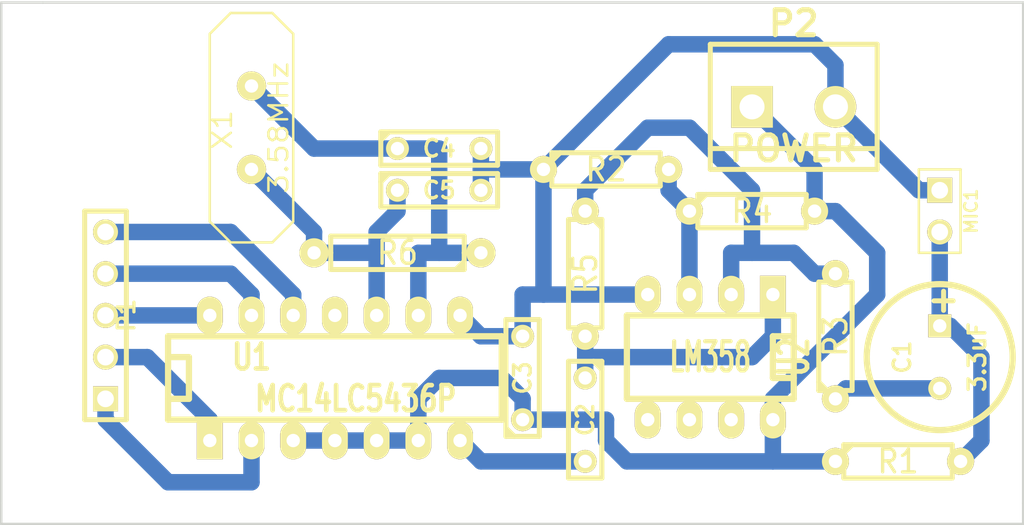
<source format=kicad_pcb>
(kicad_pcb (version 3) (host pcbnew "(2013-mar-13)-testing")

  (general
    (links 36)
    (no_connects 0)
    (area 231.064999 107.8056 293.445001 139.775001)
    (thickness 1.6)
    (drawings 18)
    (tracks 91)
    (zones 0)
    (modules 17)
    (nets 17)
  )

  (page A3)
  (title_block 
    (company "by Carlosgs")
    (comment 1 "License: CC-BY-SA")
  )

  (layers
    (15 F.Cu signal)
    (0 B.Cu signal)
    (16 B.Adhes user)
    (17 F.Adhes user)
    (18 B.Paste user)
    (19 F.Paste user)
    (20 B.SilkS user)
    (21 F.SilkS user)
    (22 B.Mask user)
    (23 F.Mask user)
    (24 Dwgs.User user)
    (25 Cmts.User user)
    (26 Eco1.User user)
    (27 Eco2.User user)
    (28 Edge.Cuts user)
  )

  (setup
    (last_trace_width 1)
    (user_trace_width 0.3)
    (trace_clearance 0.5)
    (zone_clearance 0.508)
    (zone_45_only no)
    (trace_min 0.254)
    (segment_width 0.2)
    (edge_width 0.15)
    (via_size 2)
    (via_drill 1)
    (via_min_size 0.889)
    (via_min_drill 0.508)
    (uvia_size 0.508)
    (uvia_drill 0.127)
    (uvias_allowed no)
    (uvia_min_size 0.508)
    (uvia_min_drill 0.127)
    (pcb_text_width 0.3)
    (pcb_text_size 1 1)
    (mod_edge_width 0.15)
    (mod_text_size 1 1)
    (mod_text_width 0.15)
    (pad_size 1 1)
    (pad_drill 0.6)
    (pad_to_mask_clearance 0)
    (aux_axis_origin 0 0)
    (visible_elements FFFF7721)
    (pcbplotparams
      (layerselection 268500993)
      (usegerberextensions true)
      (excludeedgelayer true)
      (linewidth 0.150000)
      (plotframeref false)
      (viasonmask false)
      (mode 1)
      (useauxorigin false)
      (hpglpennumber 1)
      (hpglpenspeed 20)
      (hpglpendiameter 15)
      (hpglpenoverlay 2)
      (psnegative false)
      (psa4output false)
      (plotreference true)
      (plotvalue true)
      (plotothertext true)
      (plotinvisibletext false)
      (padsonsilk false)
      (subtractmaskfromsilk false)
      (outputformat 1)
      (mirror false)
      (drillshape 0)
      (scaleselection 1)
      (outputdirectory ../Gerber/))
  )

  (net 0 "")
  (net 1 +5V)
  (net 2 GND)
  (net 3 N-000001)
  (net 4 N-0000010)
  (net 5 N-0000013)
  (net 6 N-0000014)
  (net 7 N-0000015)
  (net 8 N-0000016)
  (net 9 N-000002)
  (net 10 N-000003)
  (net 11 N-000004)
  (net 12 N-000005)
  (net 13 N-000006)
  (net 14 N-000007)
  (net 15 N-000008)
  (net 16 N-000009)

  (net_class Default "This is the default net class."
    (clearance 0.5)
    (trace_width 1)
    (via_dia 2)
    (via_drill 1)
    (uvia_dia 0.508)
    (uvia_drill 0.127)
    (add_net "")
    (add_net +5V)
    (add_net GND)
    (add_net N-000001)
    (add_net N-0000010)
    (add_net N-0000013)
    (add_net N-0000014)
    (add_net N-0000015)
    (add_net N-0000016)
    (add_net N-000002)
    (add_net N-000003)
    (add_net N-000004)
    (add_net N-000005)
    (add_net N-000006)
    (add_net N-000007)
    (add_net N-000008)
    (add_net N-000009)
  )

  (module DIP-14__300_ELL (layer F.Cu) (tedit 200000) (tstamp 51AE2675)
    (at 251.46 130.81)
    (descr "14 pins DIL package, elliptical pads")
    (tags DIL)
    (path /51AE1918)
    (fp_text reference U1 (at -5.08 -1.27) (layer F.SilkS)
      (effects (font (size 1.524 1.143) (thickness 0.3048)))
    )
    (fp_text value MC14LC5436P (at 1.27 1.27) (layer F.SilkS)
      (effects (font (size 1.524 1.143) (thickness 0.3048)))
    )
    (fp_line (start -10.16 -2.54) (end 10.16 -2.54) (layer F.SilkS) (width 0.381))
    (fp_line (start 10.16 2.54) (end -10.16 2.54) (layer F.SilkS) (width 0.381))
    (fp_line (start -10.16 2.54) (end -10.16 -2.54) (layer F.SilkS) (width 0.381))
    (fp_line (start -10.16 -1.27) (end -8.89 -1.27) (layer F.SilkS) (width 0.381))
    (fp_line (start -8.89 -1.27) (end -8.89 1.27) (layer F.SilkS) (width 0.381))
    (fp_line (start -8.89 1.27) (end -10.16 1.27) (layer F.SilkS) (width 0.381))
    (fp_line (start 10.16 -2.54) (end 10.16 2.54) (layer F.SilkS) (width 0.381))
    (pad 1 thru_hole rect (at -7.62 3.81) (size 1.5748 2.286) (drill 0.8128)
      (layers *.Cu *.Mask F.SilkS)
      (net 15 N-000008)
    )
    (pad 2 thru_hole oval (at -5.08 3.81) (size 1.5748 2.286) (drill 0.8128)
      (layers *.Cu *.Mask F.SilkS)
      (net 14 N-000007)
    )
    (pad 3 thru_hole oval (at -2.54 3.81) (size 1.5748 2.286) (drill 0.8128)
      (layers *.Cu *.Mask F.SilkS)
      (net 1 +5V)
    )
    (pad 4 thru_hole oval (at 0 3.81) (size 1.5748 2.286) (drill 0.8128)
      (layers *.Cu *.Mask F.SilkS)
      (net 1 +5V)
    )
    (pad 5 thru_hole oval (at 2.54 3.81) (size 1.5748 2.286) (drill 0.8128)
      (layers *.Cu *.Mask F.SilkS)
      (net 1 +5V)
    )
    (pad 6 thru_hole oval (at 5.08 3.81) (size 1.5748 2.286) (drill 0.8128)
      (layers *.Cu *.Mask F.SilkS)
      (net 1 +5V)
    )
    (pad 7 thru_hole oval (at 7.62 3.81) (size 1.5748 2.286) (drill 0.8128)
      (layers *.Cu *.Mask F.SilkS)
      (net 12 N-000005)
    )
    (pad 8 thru_hole oval (at 7.62 -3.81) (size 1.5748 2.286) (drill 0.8128)
      (layers *.Cu *.Mask F.SilkS)
      (net 2 GND)
    )
    (pad 9 thru_hole oval (at 5.08 -3.81) (size 1.5748 2.286) (drill 0.8128)
      (layers *.Cu *.Mask F.SilkS)
      (net 11 N-000004)
    )
    (pad 10 thru_hole oval (at 2.54 -3.81) (size 1.5748 2.286) (drill 0.8128)
      (layers *.Cu *.Mask F.SilkS)
      (net 3 N-000001)
    )
    (pad 11 thru_hole oval (at 0 -3.81) (size 1.5748 2.286) (drill 0.8128)
      (layers *.Cu *.Mask F.SilkS)
      (net 5 N-0000013)
    )
    (pad 12 thru_hole oval (at -2.54 -3.81) (size 1.5748 2.286) (drill 0.8128)
      (layers *.Cu *.Mask F.SilkS)
      (net 4 N-0000010)
    )
    (pad 13 thru_hole oval (at -5.08 -3.81) (size 1.5748 2.286) (drill 0.8128)
      (layers *.Cu *.Mask F.SilkS)
      (net 13 N-000006)
    )
    (pad 14 thru_hole oval (at -7.62 -3.81) (size 1.5748 2.286) (drill 0.8128)
      (layers *.Cu *.Mask F.SilkS)
      (net 16 N-000009)
    )
    (model dil/dil_14.wrl
      (at (xyz 0 0 0))
      (scale (xyz 1 1 1))
      (rotate (xyz 0 0 0))
    )
  )

  (module C1.5V8V (layer F.Cu) (tedit 4512B232) (tstamp 51AE25D1)
    (at 288.29 129.54 270)
    (path /51AE1B38)
    (fp_text reference C1 (at 0 2.286 270) (layer F.SilkS)
      (effects (font (size 1.016 1.016) (thickness 0.2032)))
    )
    (fp_text value 3.3uF (at 0 -2.286 270) (layer F.SilkS)
      (effects (font (size 1.016 1.016) (thickness 0.2032)))
    )
    (fp_text user + (at -3.429 -0.127 270) (layer F.SilkS)
      (effects (font (thickness 0.3048)))
    )
    (fp_circle (center 0 0) (end 0 4.445) (layer F.SilkS) (width 0.381))
    (pad 1 thru_hole rect (at -1.905 0 270) (size 1.397 1.397) (drill 0.8128)
      (layers *.Cu *.Mask F.SilkS)
      (net 7 N-0000015)
    )
    (pad 2 thru_hole circle (at 1.905 0 270) (size 1.397 1.397) (drill 0.8128)
      (layers *.Cu *.Mask F.SilkS)
      (net 8 N-0000016)
    )
    (model discret/c_vert_c1v8.wrl
      (at (xyz 0 0 0))
      (scale (xyz 1.5 1.5 1))
      (rotate (xyz 0 0 0))
    )
  )

  (module C2 (layer F.Cu) (tedit 200000) (tstamp 51AE25DC)
    (at 266.7 133.35 270)
    (descr "Condensateur = 2 pas")
    (tags C)
    (path /51AE24EF)
    (fp_text reference C2 (at 0 0 270) (layer F.SilkS)
      (effects (font (size 1.016 1.016) (thickness 0.2032)))
    )
    (fp_text value 10nF (at 0 0 270) (layer F.SilkS) hide
      (effects (font (size 1.016 1.016) (thickness 0.2032)))
    )
    (fp_line (start -3.556 -1.016) (end 3.556 -1.016) (layer F.SilkS) (width 0.3048))
    (fp_line (start 3.556 -1.016) (end 3.556 1.016) (layer F.SilkS) (width 0.3048))
    (fp_line (start 3.556 1.016) (end -3.556 1.016) (layer F.SilkS) (width 0.3048))
    (fp_line (start -3.556 1.016) (end -3.556 -1.016) (layer F.SilkS) (width 0.3048))
    (fp_line (start -3.556 -0.508) (end -3.048 -1.016) (layer F.SilkS) (width 0.3048))
    (pad 1 thru_hole circle (at -2.54 0 270) (size 1.397 1.397) (drill 0.8128)
      (layers *.Cu *.Mask F.SilkS)
      (net 9 N-000002)
    )
    (pad 2 thru_hole circle (at 2.54 0 270) (size 1.397 1.397) (drill 0.8128)
      (layers *.Cu *.Mask F.SilkS)
      (net 12 N-000005)
    )
    (model discret/capa_2pas_5x5mm.wrl
      (at (xyz 0 0 0))
      (scale (xyz 1 1 1))
      (rotate (xyz 0 0 0))
    )
  )

  (module C2 (layer F.Cu) (tedit 200000) (tstamp 51AE25E7)
    (at 262.89 130.81 90)
    (descr "Condensateur = 2 pas")
    (tags C)
    (path /51AE24E0)
    (fp_text reference C3 (at 0 0 90) (layer F.SilkS)
      (effects (font (size 1.016 1.016) (thickness 0.2032)))
    )
    (fp_text value 100nF (at 0 0 90) (layer F.SilkS) hide
      (effects (font (size 1.016 1.016) (thickness 0.2032)))
    )
    (fp_line (start -3.556 -1.016) (end 3.556 -1.016) (layer F.SilkS) (width 0.3048))
    (fp_line (start 3.556 -1.016) (end 3.556 1.016) (layer F.SilkS) (width 0.3048))
    (fp_line (start 3.556 1.016) (end -3.556 1.016) (layer F.SilkS) (width 0.3048))
    (fp_line (start -3.556 1.016) (end -3.556 -1.016) (layer F.SilkS) (width 0.3048))
    (fp_line (start -3.556 -0.508) (end -3.048 -1.016) (layer F.SilkS) (width 0.3048))
    (pad 1 thru_hole circle (at -2.54 0 90) (size 1.397 1.397) (drill 0.8128)
      (layers *.Cu *.Mask F.SilkS)
      (net 1 +5V)
    )
    (pad 2 thru_hole circle (at 2.54 0 90) (size 1.397 1.397) (drill 0.8128)
      (layers *.Cu *.Mask F.SilkS)
      (net 2 GND)
    )
    (model discret/capa_2pas_5x5mm.wrl
      (at (xyz 0 0 0))
      (scale (xyz 1 1 1))
      (rotate (xyz 0 0 0))
    )
  )

  (module C2 (layer F.Cu) (tedit 200000) (tstamp 51AE25F2)
    (at 257.81 116.84)
    (descr "Condensateur = 2 pas")
    (tags C)
    (path /51AE252B)
    (fp_text reference C4 (at 0 0) (layer F.SilkS)
      (effects (font (size 1.016 1.016) (thickness 0.2032)))
    )
    (fp_text value 15pF (at 0 0) (layer F.SilkS) hide
      (effects (font (size 1.016 1.016) (thickness 0.2032)))
    )
    (fp_line (start -3.556 -1.016) (end 3.556 -1.016) (layer F.SilkS) (width 0.3048))
    (fp_line (start 3.556 -1.016) (end 3.556 1.016) (layer F.SilkS) (width 0.3048))
    (fp_line (start 3.556 1.016) (end -3.556 1.016) (layer F.SilkS) (width 0.3048))
    (fp_line (start -3.556 1.016) (end -3.556 -1.016) (layer F.SilkS) (width 0.3048))
    (fp_line (start -3.556 -0.508) (end -3.048 -1.016) (layer F.SilkS) (width 0.3048))
    (pad 1 thru_hole circle (at -2.54 0) (size 1.397 1.397) (drill 0.8128)
      (layers *.Cu *.Mask F.SilkS)
      (net 11 N-000004)
    )
    (pad 2 thru_hole circle (at 2.54 0) (size 1.397 1.397) (drill 0.8128)
      (layers *.Cu *.Mask F.SilkS)
      (net 2 GND)
    )
    (model discret/capa_2pas_5x5mm.wrl
      (at (xyz 0 0 0))
      (scale (xyz 1 1 1))
      (rotate (xyz 0 0 0))
    )
  )

  (module C2 (layer F.Cu) (tedit 200000) (tstamp 51AE25FD)
    (at 257.81 119.38)
    (descr "Condensateur = 2 pas")
    (tags C)
    (path /51AE251C)
    (fp_text reference C5 (at 0 0) (layer F.SilkS)
      (effects (font (size 1.016 1.016) (thickness 0.2032)))
    )
    (fp_text value 15pF (at 0 0) (layer F.SilkS) hide
      (effects (font (size 1.016 1.016) (thickness 0.2032)))
    )
    (fp_line (start -3.556 -1.016) (end 3.556 -1.016) (layer F.SilkS) (width 0.3048))
    (fp_line (start 3.556 -1.016) (end 3.556 1.016) (layer F.SilkS) (width 0.3048))
    (fp_line (start 3.556 1.016) (end -3.556 1.016) (layer F.SilkS) (width 0.3048))
    (fp_line (start -3.556 1.016) (end -3.556 -1.016) (layer F.SilkS) (width 0.3048))
    (fp_line (start -3.556 -0.508) (end -3.048 -1.016) (layer F.SilkS) (width 0.3048))
    (pad 1 thru_hole circle (at -2.54 0) (size 1.397 1.397) (drill 0.8128)
      (layers *.Cu *.Mask F.SilkS)
      (net 3 N-000001)
    )
    (pad 2 thru_hole circle (at 2.54 0) (size 1.397 1.397) (drill 0.8128)
      (layers *.Cu *.Mask F.SilkS)
      (net 2 GND)
    )
    (model discret/capa_2pas_5x5mm.wrl
      (at (xyz 0 0 0))
      (scale (xyz 1 1 1))
      (rotate (xyz 0 0 0))
    )
  )

  (module R3-LARGE_PADS (layer F.Cu) (tedit 47E26765) (tstamp 51AE2616)
    (at 285.75 135.89)
    (descr "Resitance 3 pas")
    (tags R)
    (path /51AE1ABE)
    (autoplace_cost180 10)
    (fp_text reference R1 (at 0 0) (layer F.SilkS)
      (effects (font (size 1.397 1.27) (thickness 0.2032)))
    )
    (fp_text value 2k2 (at 0 0) (layer F.SilkS) hide
      (effects (font (size 1.397 1.27) (thickness 0.2032)))
    )
    (fp_line (start -3.81 0) (end -3.302 0) (layer F.SilkS) (width 0.3048))
    (fp_line (start 3.81 0) (end 3.302 0) (layer F.SilkS) (width 0.3048))
    (fp_line (start 3.302 0) (end 3.302 -1.016) (layer F.SilkS) (width 0.3048))
    (fp_line (start 3.302 -1.016) (end -3.302 -1.016) (layer F.SilkS) (width 0.3048))
    (fp_line (start -3.302 -1.016) (end -3.302 1.016) (layer F.SilkS) (width 0.3048))
    (fp_line (start -3.302 1.016) (end 3.302 1.016) (layer F.SilkS) (width 0.3048))
    (fp_line (start 3.302 1.016) (end 3.302 0) (layer F.SilkS) (width 0.3048))
    (fp_line (start -3.302 -0.508) (end -2.794 -1.016) (layer F.SilkS) (width 0.3048))
    (pad 1 thru_hole circle (at -3.81 0) (size 1.651 1.651) (drill 0.8128)
      (layers *.Cu *.Mask F.SilkS)
      (net 1 +5V)
    )
    (pad 2 thru_hole circle (at 3.81 0) (size 1.651 1.651) (drill 0.8128)
      (layers *.Cu *.Mask F.SilkS)
      (net 7 N-0000015)
    )
    (model discret/resistor.wrl
      (at (xyz 0 0 0))
      (scale (xyz 0.3 0.3 0.3))
      (rotate (xyz 0 0 0))
    )
  )

  (module R3-LARGE_PADS (layer F.Cu) (tedit 47E26765) (tstamp 51AE2624)
    (at 267.97 118.11)
    (descr "Resitance 3 pas")
    (tags R)
    (path /51AE19A8)
    (autoplace_cost180 10)
    (fp_text reference R2 (at 0 0) (layer F.SilkS)
      (effects (font (size 1.397 1.27) (thickness 0.2032)))
    )
    (fp_text value 6k4 (at 0 0) (layer F.SilkS) hide
      (effects (font (size 1.397 1.27) (thickness 0.2032)))
    )
    (fp_line (start -3.81 0) (end -3.302 0) (layer F.SilkS) (width 0.3048))
    (fp_line (start 3.81 0) (end 3.302 0) (layer F.SilkS) (width 0.3048))
    (fp_line (start 3.302 0) (end 3.302 -1.016) (layer F.SilkS) (width 0.3048))
    (fp_line (start 3.302 -1.016) (end -3.302 -1.016) (layer F.SilkS) (width 0.3048))
    (fp_line (start -3.302 -1.016) (end -3.302 1.016) (layer F.SilkS) (width 0.3048))
    (fp_line (start -3.302 1.016) (end 3.302 1.016) (layer F.SilkS) (width 0.3048))
    (fp_line (start 3.302 1.016) (end 3.302 0) (layer F.SilkS) (width 0.3048))
    (fp_line (start -3.302 -0.508) (end -2.794 -1.016) (layer F.SilkS) (width 0.3048))
    (pad 1 thru_hole circle (at -3.81 0) (size 1.651 1.651) (drill 0.8128)
      (layers *.Cu *.Mask F.SilkS)
      (net 2 GND)
    )
    (pad 2 thru_hole circle (at 3.81 0) (size 1.651 1.651) (drill 0.8128)
      (layers *.Cu *.Mask F.SilkS)
      (net 6 N-0000014)
    )
    (model discret/resistor.wrl
      (at (xyz 0 0 0))
      (scale (xyz 0.3 0.3 0.3))
      (rotate (xyz 0 0 0))
    )
  )

  (module R3-LARGE_PADS (layer F.Cu) (tedit 47E26765) (tstamp 51AE2632)
    (at 281.94 128.27 90)
    (descr "Resitance 3 pas")
    (tags R)
    (path /51AE1999)
    (autoplace_cost180 10)
    (fp_text reference R3 (at 0 0 90) (layer F.SilkS)
      (effects (font (size 1.397 1.27) (thickness 0.2032)))
    )
    (fp_text value 1k (at 0 0 90) (layer F.SilkS) hide
      (effects (font (size 1.397 1.27) (thickness 0.2032)))
    )
    (fp_line (start -3.81 0) (end -3.302 0) (layer F.SilkS) (width 0.3048))
    (fp_line (start 3.81 0) (end 3.302 0) (layer F.SilkS) (width 0.3048))
    (fp_line (start 3.302 0) (end 3.302 -1.016) (layer F.SilkS) (width 0.3048))
    (fp_line (start 3.302 -1.016) (end -3.302 -1.016) (layer F.SilkS) (width 0.3048))
    (fp_line (start -3.302 -1.016) (end -3.302 1.016) (layer F.SilkS) (width 0.3048))
    (fp_line (start -3.302 1.016) (end 3.302 1.016) (layer F.SilkS) (width 0.3048))
    (fp_line (start 3.302 1.016) (end 3.302 0) (layer F.SilkS) (width 0.3048))
    (fp_line (start -3.302 -0.508) (end -2.794 -1.016) (layer F.SilkS) (width 0.3048))
    (pad 1 thru_hole circle (at -3.81 0 90) (size 1.651 1.651) (drill 0.8128)
      (layers *.Cu *.Mask F.SilkS)
      (net 8 N-0000016)
    )
    (pad 2 thru_hole circle (at 3.81 0 90) (size 1.651 1.651) (drill 0.8128)
      (layers *.Cu *.Mask F.SilkS)
      (net 10 N-000003)
    )
    (model discret/resistor.wrl
      (at (xyz 0 0 0))
      (scale (xyz 0.3 0.3 0.3))
      (rotate (xyz 0 0 0))
    )
  )

  (module R3-LARGE_PADS (layer F.Cu) (tedit 47E26765) (tstamp 51AE2640)
    (at 276.86 120.65)
    (descr "Resitance 3 pas")
    (tags R)
    (path /51AE19B7)
    (autoplace_cost180 10)
    (fp_text reference R4 (at 0 0) (layer F.SilkS)
      (effects (font (size 1.397 1.27) (thickness 0.2032)))
    )
    (fp_text value 6k4 (at 0 0) (layer F.SilkS) hide
      (effects (font (size 1.397 1.27) (thickness 0.2032)))
    )
    (fp_line (start -3.81 0) (end -3.302 0) (layer F.SilkS) (width 0.3048))
    (fp_line (start 3.81 0) (end 3.302 0) (layer F.SilkS) (width 0.3048))
    (fp_line (start 3.302 0) (end 3.302 -1.016) (layer F.SilkS) (width 0.3048))
    (fp_line (start 3.302 -1.016) (end -3.302 -1.016) (layer F.SilkS) (width 0.3048))
    (fp_line (start -3.302 -1.016) (end -3.302 1.016) (layer F.SilkS) (width 0.3048))
    (fp_line (start -3.302 1.016) (end 3.302 1.016) (layer F.SilkS) (width 0.3048))
    (fp_line (start 3.302 1.016) (end 3.302 0) (layer F.SilkS) (width 0.3048))
    (fp_line (start -3.302 -0.508) (end -2.794 -1.016) (layer F.SilkS) (width 0.3048))
    (pad 1 thru_hole circle (at -3.81 0) (size 1.651 1.651) (drill 0.8128)
      (layers *.Cu *.Mask F.SilkS)
      (net 6 N-0000014)
    )
    (pad 2 thru_hole circle (at 3.81 0) (size 1.651 1.651) (drill 0.8128)
      (layers *.Cu *.Mask F.SilkS)
      (net 1 +5V)
    )
    (model discret/resistor.wrl
      (at (xyz 0 0 0))
      (scale (xyz 0.3 0.3 0.3))
      (rotate (xyz 0 0 0))
    )
  )

  (module R3-LARGE_PADS (layer F.Cu) (tedit 47E26765) (tstamp 51AE264E)
    (at 266.7 124.46 270)
    (descr "Resitance 3 pas")
    (tags R)
    (path /51AE198A)
    (autoplace_cost180 10)
    (fp_text reference R5 (at 0 0 270) (layer F.SilkS)
      (effects (font (size 1.397 1.27) (thickness 0.2032)))
    )
    (fp_text value 100k (at 0 0 270) (layer F.SilkS) hide
      (effects (font (size 1.397 1.27) (thickness 0.2032)))
    )
    (fp_line (start -3.81 0) (end -3.302 0) (layer F.SilkS) (width 0.3048))
    (fp_line (start 3.81 0) (end 3.302 0) (layer F.SilkS) (width 0.3048))
    (fp_line (start 3.302 0) (end 3.302 -1.016) (layer F.SilkS) (width 0.3048))
    (fp_line (start 3.302 -1.016) (end -3.302 -1.016) (layer F.SilkS) (width 0.3048))
    (fp_line (start -3.302 -1.016) (end -3.302 1.016) (layer F.SilkS) (width 0.3048))
    (fp_line (start -3.302 1.016) (end 3.302 1.016) (layer F.SilkS) (width 0.3048))
    (fp_line (start 3.302 1.016) (end 3.302 0) (layer F.SilkS) (width 0.3048))
    (fp_line (start -3.302 -0.508) (end -2.794 -1.016) (layer F.SilkS) (width 0.3048))
    (pad 1 thru_hole circle (at -3.81 0 270) (size 1.651 1.651) (drill 0.8128)
      (layers *.Cu *.Mask F.SilkS)
      (net 10 N-000003)
    )
    (pad 2 thru_hole circle (at 3.81 0 270) (size 1.651 1.651) (drill 0.8128)
      (layers *.Cu *.Mask F.SilkS)
      (net 9 N-000002)
    )
    (model discret/resistor.wrl
      (at (xyz 0 0 0))
      (scale (xyz 0.3 0.3 0.3))
      (rotate (xyz 0 0 0))
    )
  )

  (module R4-LARGE_PADS (layer F.Cu) (tedit 47E2673E) (tstamp 51AE265C)
    (at 255.27 123.19 180)
    (descr "Resitance 4 pas")
    (tags R)
    (path /51AE24FE)
    (autoplace_cost180 10)
    (fp_text reference R6 (at 0 0 180) (layer F.SilkS)
      (effects (font (size 1.397 1.27) (thickness 0.2032)))
    )
    (fp_text value 1M (at 0 0 180) (layer F.SilkS) hide
      (effects (font (size 1.397 1.27) (thickness 0.2032)))
    )
    (fp_line (start -5.08 0) (end -4.064 0) (layer F.SilkS) (width 0.3048))
    (fp_line (start -4.064 0) (end -4.064 -1.016) (layer F.SilkS) (width 0.3048))
    (fp_line (start -4.064 -1.016) (end 4.064 -1.016) (layer F.SilkS) (width 0.3048))
    (fp_line (start 4.064 -1.016) (end 4.064 1.016) (layer F.SilkS) (width 0.3048))
    (fp_line (start 4.064 1.016) (end -4.064 1.016) (layer F.SilkS) (width 0.3048))
    (fp_line (start -4.064 1.016) (end -4.064 0) (layer F.SilkS) (width 0.3048))
    (fp_line (start -4.064 -0.508) (end -3.556 -1.016) (layer F.SilkS) (width 0.3048))
    (fp_line (start 5.08 0) (end 4.064 0) (layer F.SilkS) (width 0.3048))
    (pad 1 thru_hole circle (at -5.08 0 180) (size 1.778 1.778) (drill 0.8128)
      (layers *.Cu *.Mask F.SilkS)
      (net 11 N-000004)
    )
    (pad 2 thru_hole circle (at 5.08 0 180) (size 1.778 1.778) (drill 0.8128)
      (layers *.Cu *.Mask F.SilkS)
      (net 3 N-000001)
    )
    (model discret/resistor.wrl
      (at (xyz 0 0 0))
      (scale (xyz 0.4 0.4 0.4))
      (rotate (xyz 0 0 0))
    )
  )

  (module DIP-8__300_ELL (layer F.Cu) (tedit 51AFC493) (tstamp 51AE2688)
    (at 274.32 129.54 180)
    (descr "8 pins DIL package, elliptical pads")
    (tags DIL)
    (path /51AE13D8)
    (fp_text reference U2 (at -5.08 0 270) (layer F.SilkS)
      (effects (font (size 1.778 1.143) (thickness 0.3048)))
    )
    (fp_text value LM358 (at 0 0 180) (layer F.SilkS)
      (effects (font (size 1.778 1.016) (thickness 0.3048)))
    )
    (fp_line (start -5.08 -1.27) (end -3.81 -1.27) (layer F.SilkS) (width 0.381))
    (fp_line (start -3.81 -1.27) (end -3.81 1.27) (layer F.SilkS) (width 0.381))
    (fp_line (start -3.81 1.27) (end -5.08 1.27) (layer F.SilkS) (width 0.381))
    (fp_line (start -5.08 -2.54) (end 5.08 -2.54) (layer F.SilkS) (width 0.381))
    (fp_line (start 5.08 -2.54) (end 5.08 2.54) (layer F.SilkS) (width 0.381))
    (fp_line (start 5.08 2.54) (end -5.08 2.54) (layer F.SilkS) (width 0.381))
    (fp_line (start -5.08 2.54) (end -5.08 -2.54) (layer F.SilkS) (width 0.381))
    (pad 1 thru_hole rect (at -3.81 3.81 180) (size 1.5748 2.286) (drill 0.8128)
      (layers *.Cu *.Mask F.SilkS)
      (net 9 N-000002)
    )
    (pad 2 thru_hole oval (at -1.27 3.81 180) (size 1.5748 2.286) (drill 0.8128)
      (layers *.Cu *.Mask F.SilkS)
      (net 10 N-000003)
    )
    (pad 3 thru_hole oval (at 1.27 3.81 180) (size 1.5748 2.286) (drill 0.8128)
      (layers *.Cu *.Mask F.SilkS)
      (net 6 N-0000014)
    )
    (pad 4 thru_hole oval (at 3.81 3.81 180) (size 1.5748 2.286) (drill 0.8128)
      (layers *.Cu *.Mask F.SilkS)
      (net 2 GND)
    )
    (pad 5 thru_hole oval (at 3.81 -3.81 180) (size 1.5748 2.286) (drill 0.8128)
      (layers *.Cu *.Mask F.SilkS)
    )
    (pad 6 thru_hole oval (at 1.27 -3.81 180) (size 1.5748 2.286) (drill 0.8128)
      (layers *.Cu *.Mask F.SilkS)
    )
    (pad 7 thru_hole oval (at -1.27 -3.81 180) (size 1.5748 2.286) (drill 0.8128)
      (layers *.Cu *.Mask F.SilkS)
    )
    (pad 8 thru_hole oval (at -3.81 -3.81 180) (size 1.5748 2.286) (drill 0.8128)
      (layers *.Cu *.Mask F.SilkS)
      (net 1 +5V)
    )
    (model dil/dil_8.wrl
      (at (xyz 0 0 0))
      (scale (xyz 1 1 1))
      (rotate (xyz 0 0 0))
    )
  )

  (module HC-18UV (layer F.Cu) (tedit 42899E71) (tstamp 51AE2696)
    (at 246.38 115.57 90)
    (descr "Quartz boitier HC-18U vertical")
    (tags "QUARTZ DEV")
    (path /51AE23C1)
    (autoplace_cost180 10)
    (fp_text reference X1 (at -0.127 -1.778 90) (layer F.SilkS)
      (effects (font (size 1.143 1.27) (thickness 0.1524)))
    )
    (fp_text value 3.58MHz (at 0 1.651 90) (layer F.SilkS)
      (effects (font (size 1.143 1.27) (thickness 0.1524)))
    )
    (fp_line (start -6.985 -1.27) (end -5.715 -2.54) (layer F.SilkS) (width 0.1524))
    (fp_line (start 5.715 -2.54) (end 6.985 -1.27) (layer F.SilkS) (width 0.1524))
    (fp_line (start 6.985 1.27) (end 5.715 2.54) (layer F.SilkS) (width 0.1524))
    (fp_line (start -6.985 1.27) (end -5.715 2.54) (layer F.SilkS) (width 0.1524))
    (fp_line (start -5.715 -2.54) (end 5.715 -2.54) (layer F.SilkS) (width 0.1524))
    (fp_line (start -6.985 -1.27) (end -6.985 1.27) (layer F.SilkS) (width 0.1524))
    (fp_line (start -5.715 2.54) (end 5.715 2.54) (layer F.SilkS) (width 0.1524))
    (fp_line (start 6.985 1.27) (end 6.985 -1.27) (layer F.SilkS) (width 0.1524))
    (pad 1 thru_hole circle (at -2.54 0 90) (size 1.778 1.778) (drill 0.8128)
      (layers *.Cu *.Mask F.SilkS)
      (net 3 N-000001)
    )
    (pad 2 thru_hole circle (at 2.54 0 90) (size 1.778 1.778) (drill 0.8128)
      (layers *.Cu *.Mask F.SilkS)
      (net 11 N-000004)
    )
    (model discret/crystal_hc18u_vertical.wrl
      (at (xyz 0 0 0))
      (scale (xyz 1 1 1))
      (rotate (xyz 0 0 0))
    )
    (model discret/xtal/crystal_hc18u_vertical.wrl
      (at (xyz 0 0 0))
      (scale (xyz 1 1 1))
      (rotate (xyz 0 0 0))
    )
  )

  (module bornier2 (layer F.Cu) (tedit 51AFC488) (tstamp 51AE2FF6)
    (at 279.4 114.3)
    (descr "Bornier d'alimentation 2 pins")
    (tags DEV)
    (path /51AE2E6D)
    (fp_text reference P2 (at 0 -5.08) (layer F.SilkS)
      (effects (font (thickness 0.3048)))
    )
    (fp_text value POWER (at 0 2.54) (layer F.SilkS)
      (effects (font (thickness 0.3048)))
    )
    (fp_line (start 5.08 2.54) (end -5.08 2.54) (layer F.SilkS) (width 0.3048))
    (fp_line (start 5.08 3.81) (end 5.08 -3.81) (layer F.SilkS) (width 0.3048))
    (fp_line (start 5.08 -3.81) (end -5.08 -3.81) (layer F.SilkS) (width 0.3048))
    (fp_line (start -5.08 -3.81) (end -5.08 3.81) (layer F.SilkS) (width 0.3048))
    (fp_line (start -5.08 3.81) (end 5.08 3.81) (layer F.SilkS) (width 0.3048))
    (pad 1 thru_hole rect (at -2.54 0) (size 2.54 2.54) (drill 1.524)
      (layers *.Cu *.Mask F.SilkS)
      (net 1 +5V)
    )
    (pad 2 thru_hole circle (at 2.54 0) (size 2.54 2.54) (drill 1.524)
      (layers *.Cu *.Mask F.SilkS)
      (net 2 GND)
    )
    (model device/bornier_2.wrl
      (at (xyz 0 0 0))
      (scale (xyz 1 1 1))
      (rotate (xyz 0 0 0))
    )
  )

  (module PIN_ARRAY_2X1 (layer F.Cu) (tedit 4565C520) (tstamp 51AE349C)
    (at 288.29 120.65 270)
    (descr "Connecteurs 2 pins")
    (tags "CONN DEV")
    (path /51AE1AEB)
    (fp_text reference MIC1 (at 0 -1.905 270) (layer F.SilkS)
      (effects (font (size 0.762 0.762) (thickness 0.1524)))
    )
    (fp_text value CONN_2 (at 0 -1.905 270) (layer F.SilkS) hide
      (effects (font (size 0.762 0.762) (thickness 0.1524)))
    )
    (fp_line (start -2.54 1.27) (end -2.54 -1.27) (layer F.SilkS) (width 0.1524))
    (fp_line (start -2.54 -1.27) (end 2.54 -1.27) (layer F.SilkS) (width 0.1524))
    (fp_line (start 2.54 -1.27) (end 2.54 1.27) (layer F.SilkS) (width 0.1524))
    (fp_line (start 2.54 1.27) (end -2.54 1.27) (layer F.SilkS) (width 0.1524))
    (pad 1 thru_hole rect (at -1.27 0 270) (size 1.524 1.524) (drill 1.016)
      (layers *.Cu *.Mask F.SilkS)
      (net 2 GND)
    )
    (pad 2 thru_hole circle (at 1.27 0 270) (size 1.524 1.524) (drill 1.016)
      (layers *.Cu *.Mask F.SilkS)
      (net 7 N-0000015)
    )
    (model pin_array/pins_array_2x1.wrl
      (at (xyz 0 0 0))
      (scale (xyz 1 1 1))
      (rotate (xyz 0 0 0))
    )
  )

  (module PIN_ARRAY_5x1 (layer F.Cu) (tedit 51AFC4A1) (tstamp 51AE34A9)
    (at 237.49 127 90)
    (descr "Double rangee de contacts 2 x 5 pins")
    (tags CONN)
    (path /51AE2E7C)
    (fp_text reference P1 (at 0 1.27 90) (layer F.SilkS)
      (effects (font (size 1.016 1.016) (thickness 0.2032)))
    )
    (fp_text value Decod (at 0 2.54 90) (layer F.SilkS) hide
      (effects (font (size 1.016 1.016) (thickness 0.2032)))
    )
    (fp_line (start -6.35 -1.27) (end -6.35 1.27) (layer F.SilkS) (width 0.3048))
    (fp_line (start 6.35 1.27) (end 6.35 -1.27) (layer F.SilkS) (width 0.3048))
    (fp_line (start -6.35 -1.27) (end 6.35 -1.27) (layer F.SilkS) (width 0.3048))
    (fp_line (start 6.35 1.27) (end -6.35 1.27) (layer F.SilkS) (width 0.3048))
    (pad 1 thru_hole rect (at -5.08 0 90) (size 1.524 1.524) (drill 1.016)
      (layers *.Cu *.Mask F.SilkS)
      (net 14 N-000007)
    )
    (pad 2 thru_hole circle (at -2.54 0 90) (size 1.524 1.524) (drill 1.016)
      (layers *.Cu *.Mask F.SilkS)
      (net 15 N-000008)
    )
    (pad 3 thru_hole circle (at 0 0 90) (size 1.524 1.524) (drill 1.016)
      (layers *.Cu *.Mask F.SilkS)
      (net 16 N-000009)
    )
    (pad 4 thru_hole circle (at 2.54 0 90) (size 1.524 1.524) (drill 1.016)
      (layers *.Cu *.Mask F.SilkS)
      (net 13 N-000006)
    )
    (pad 5 thru_hole circle (at 5.08 0 90) (size 1.524 1.524) (drill 1.016)
      (layers *.Cu *.Mask F.SilkS)
      (net 4 N-0000010)
    )
    (model pin_array/pins_array_5x1.wrl
      (at (xyz 0 0 0))
      (scale (xyz 1 1 1))
      (rotate (xyz 0 0 0))
    )
  )

  (gr_line (start 293.37 139.7) (end 293.37 138.43) (angle 90) (layer Edge.Cuts) (width 0.15))
  (gr_line (start 231.14 139.7) (end 293.37 139.7) (angle 90) (layer Edge.Cuts) (width 0.15))
  (gr_line (start 231.14 138.43) (end 231.14 139.7) (angle 90) (layer Edge.Cuts) (width 0.15))
  (gr_line (start 233.68 107.95) (end 231.14 107.95) (angle 90) (layer Edge.Cuts) (width 0.15))
  (gr_line (start 231.14 107.95) (end 231.14 138.43) (angle 90) (layer Edge.Cuts) (width 0.15))
  (gr_line (start 293.37 138.43) (end 293.37 107.95) (angle 90) (layer Edge.Cuts) (width 0.15))
  (gr_line (start 233.68 107.95) (end 293.37 107.95) (angle 90) (layer Edge.Cuts) (width 0.15))
  (gr_text D1 (at 234.95 132.08) (layer B.Adhes) (tstamp 51AE6419)
    (effects (font (size 1 1) (thickness 0.25)) (justify mirror))
  )
  (gr_text D2 (at 234.95 129.54) (layer B.Adhes) (tstamp 51AE6406)
    (effects (font (size 1 1) (thickness 0.25)) (justify mirror))
  )
  (gr_text D4 (at 234.95 127) (layer B.Adhes) (tstamp 51AE6407)
    (effects (font (size 1 1) (thickness 0.25)) (justify mirror))
  )
  (gr_text D8 (at 234.95 124.46) (layer B.Adhes) (tstamp 51AE6408)
    (effects (font (size 1 1) (thickness 0.25)) (justify mirror))
  )
  (gr_text +5V (at 273.05 113.03) (layer B.Adhes) (tstamp 51AE640D)
    (effects (font (size 1 1) (thickness 0.25)) (justify mirror))
  )
  (gr_text MIC (at 290.83 120.65 90) (layer B.Adhes) (tstamp 51AE640B)
    (effects (font (size 1 1) (thickness 0.25)) (justify mirror))
  )
  (gr_text DV (at 234.95 121.92) (layer B.Adhes) (tstamp 51AE6409)
    (effects (font (size 1 1) (thickness 0.25)) (justify mirror))
  )
  (gr_text + (at 289.56 123.19) (layer B.Adhes) (tstamp 51AE640A)
    (effects (font (size 1 1) (thickness 0.25)) (justify mirror))
  )
  (gr_text GND (at 285.75 113.03) (layer B.Adhes) (tstamp 51AE640C)
    (effects (font (size 1 1) (thickness 0.25)) (justify mirror))
  )
  (gr_text http://carlosgs.es (at 257.81 113.03) (layer B.Adhes) (tstamp 51AE640E)
    (effects (font (size 1 1) (thickness 0.25)) (justify mirror))
  )
  (gr_text "DTMF Decoder v0.5" (at 257.81 110.49) (layer B.Adhes)
    (effects (font (size 1 1) (thickness 0.25)) (justify mirror))
  )

  (segment (start 276.86 114.3) (end 280.67 118.11) (width 1) (layer B.Cu) (net 1))
  (segment (start 280.67 118.11) (end 280.67 120.65) (width 1) (layer B.Cu) (net 1) (tstamp 51AE34DD))
  (segment (start 267.97 133.35) (end 262.89 133.35) (width 1) (layer B.Cu) (net 1) (tstamp 51AE304B))
  (segment (start 267.97 134.62) (end 267.97 133.35) (width 1) (layer B.Cu) (net 1) (tstamp 51AE304A))
  (segment (start 269.24 135.89) (end 267.97 134.62) (width 1) (layer B.Cu) (net 1) (tstamp 51AE3049))
  (segment (start 278.13 135.89) (end 269.24 135.89) (width 1) (layer B.Cu) (net 1))
  (segment (start 278.13 135.89) (end 281.94 135.89) (width 1) (layer B.Cu) (net 1))
  (segment (start 280.67 120.65) (end 281.94 120.65) (width 1) (layer B.Cu) (net 1))
  (segment (start 278.13 132.08) (end 278.13 133.35) (width 1) (layer B.Cu) (net 1) (tstamp 51AE2CE4))
  (segment (start 284.48 125.73) (end 278.13 132.08) (width 1) (layer B.Cu) (net 1) (tstamp 51AE2CDE))
  (segment (start 284.48 123.19) (end 284.48 125.73) (width 1) (layer B.Cu) (net 1) (tstamp 51AE2CDC))
  (segment (start 281.94 120.65) (end 284.48 123.19) (width 1) (layer B.Cu) (net 1) (tstamp 51AE2CD5))
  (segment (start 278.13 133.35) (end 278.13 135.89) (width 1) (layer B.Cu) (net 1))
  (segment (start 262.89 133.35) (end 262.89 132.08) (width 1) (layer B.Cu) (net 1))
  (segment (start 262.89 132.08) (end 261.62 130.81) (width 1) (layer B.Cu) (net 1) (tstamp 51AE2B5B))
  (segment (start 261.62 130.81) (end 257.81 130.81) (width 1) (layer B.Cu) (net 1) (tstamp 51AE2B5C))
  (segment (start 257.81 130.81) (end 256.54 132.08) (width 1) (layer B.Cu) (net 1) (tstamp 51AE2B5D))
  (segment (start 256.54 132.08) (end 256.54 134.62) (width 1) (layer B.Cu) (net 1) (tstamp 51AE2B5E))
  (segment (start 248.92 134.62) (end 251.46 134.62) (width 1) (layer B.Cu) (net 1))
  (segment (start 251.46 134.62) (end 254 134.62) (width 1) (layer B.Cu) (net 1) (tstamp 51AE2B54))
  (segment (start 254 134.62) (end 256.54 134.62) (width 1) (layer B.Cu) (net 1) (tstamp 51AE2B55))
  (segment (start 287.02 119.38) (end 281.94 114.3) (width 1) (layer B.Cu) (net 2) (tstamp 51AE5E40))
  (segment (start 288.29 119.38) (end 287.02 119.38) (width 1) (layer B.Cu) (net 2))
  (segment (start 264.16 118.11) (end 271.78 110.49) (width 1) (layer B.Cu) (net 2))
  (segment (start 281.94 111.76) (end 281.94 114.3) (width 1) (layer B.Cu) (net 2) (tstamp 51AE34DA))
  (segment (start 280.67 110.49) (end 281.94 111.76) (width 1) (layer B.Cu) (net 2) (tstamp 51AE34D9))
  (segment (start 271.78 110.49) (end 280.67 110.49) (width 1) (layer B.Cu) (net 2) (tstamp 51AE34D8))
  (segment (start 264.16 118.11) (end 264.16 125.73) (width 1) (layer B.Cu) (net 2))
  (segment (start 264.16 118.11) (end 260.35 118.11) (width 1) (layer B.Cu) (net 2))
  (segment (start 260.35 116.84) (end 260.35 118.11) (width 1) (layer B.Cu) (net 2))
  (segment (start 260.35 118.11) (end 260.35 119.38) (width 1) (layer B.Cu) (net 2) (tstamp 51AE30A3))
  (segment (start 270.51 125.73) (end 264.16 125.73) (width 1) (layer B.Cu) (net 2))
  (segment (start 264.16 125.73) (end 262.89 125.73) (width 1) (layer B.Cu) (net 2) (tstamp 51AE30A7))
  (segment (start 262.89 125.73) (end 262.89 128.27) (width 1) (layer B.Cu) (net 2) (tstamp 51AE3045))
  (segment (start 262.89 128.27) (end 260.35 128.27) (width 1) (layer B.Cu) (net 2))
  (segment (start 260.35 128.27) (end 259.08 127) (width 1) (layer B.Cu) (net 2) (tstamp 51AE2B58))
  (segment (start 246.38 118.11) (end 250.19 121.92) (width 1) (layer B.Cu) (net 3))
  (segment (start 250.19 121.92) (end 250.19 123.19) (width 1) (layer B.Cu) (net 3) (tstamp 51AE3133))
  (segment (start 255.27 119.38) (end 255.27 120.65) (width 1) (layer B.Cu) (net 3))
  (segment (start 254 121.92) (end 254 123.19) (width 1) (layer B.Cu) (net 3) (tstamp 51AE3111))
  (segment (start 255.27 120.65) (end 254 121.92) (width 1) (layer B.Cu) (net 3) (tstamp 51AE3110))
  (segment (start 254 127) (end 254 123.19) (width 1) (layer B.Cu) (net 3))
  (segment (start 254 123.19) (end 250.19 123.19) (width 1) (layer B.Cu) (net 3) (tstamp 51AE2DCE))
  (segment (start 237.49 121.92) (end 245.11 121.92) (width 1) (layer B.Cu) (net 4))
  (segment (start 248.92 125.73) (end 248.92 127) (width 1) (layer B.Cu) (net 4) (tstamp 51AE3508))
  (segment (start 245.11 121.92) (end 248.92 125.73) (width 1) (layer B.Cu) (net 4) (tstamp 51AE3507))
  (segment (start 271.78 118.11) (end 271.78 119.38) (width 1) (layer B.Cu) (net 6))
  (segment (start 271.78 119.38) (end 273.05 120.65) (width 1) (layer B.Cu) (net 6) (tstamp 51AE30A9))
  (segment (start 273.05 120.65) (end 273.05 125.73) (width 1) (layer B.Cu) (net 6))
  (segment (start 288.29 121.92) (end 288.29 127.635) (width 1) (layer B.Cu) (net 7))
  (segment (start 288.29 127.635) (end 288.925 127.635) (width 1) (layer B.Cu) (net 7))
  (segment (start 290.83 134.62) (end 289.56 135.89) (width 1) (layer B.Cu) (net 7) (tstamp 51AE2D57))
  (segment (start 290.83 129.54) (end 290.83 134.62) (width 1) (layer B.Cu) (net 7) (tstamp 51AE2D55))
  (segment (start 288.925 127.635) (end 290.83 129.54) (width 1) (layer B.Cu) (net 7) (tstamp 51AE2D53))
  (segment (start 288.29 131.445) (end 282.575 131.445) (width 1) (layer B.Cu) (net 8))
  (segment (start 282.575 131.445) (end 281.94 132.08) (width 1) (layer B.Cu) (net 8) (tstamp 51AE2D5A))
  (segment (start 266.7 129.54) (end 276.86 129.54) (width 1) (layer B.Cu) (net 9))
  (segment (start 278.13 128.27) (end 278.13 125.73) (width 1) (layer B.Cu) (net 9) (tstamp 51AE3040))
  (segment (start 276.86 129.54) (end 278.13 128.27) (width 1) (layer B.Cu) (net 9) (tstamp 51AE303F))
  (segment (start 266.7 130.81) (end 266.7 129.54) (width 1) (layer B.Cu) (net 9))
  (segment (start 266.7 129.54) (end 266.7 128.27) (width 1) (layer B.Cu) (net 9) (tstamp 51AE303D))
  (segment (start 266.7 120.65) (end 266.7 119.38) (width 1) (layer B.Cu) (net 10))
  (segment (start 276.86 119.38) (end 276.86 123.19) (width 1) (layer B.Cu) (net 10) (tstamp 51AE30AF))
  (segment (start 273.05 115.57) (end 276.86 119.38) (width 1) (layer B.Cu) (net 10) (tstamp 51AE30AE))
  (segment (start 270.51 115.57) (end 273.05 115.57) (width 1) (layer B.Cu) (net 10) (tstamp 51AE30AD))
  (segment (start 266.7 119.38) (end 270.51 115.57) (width 1) (layer B.Cu) (net 10) (tstamp 51AE30AC))
  (segment (start 281.94 124.46) (end 280.67 124.46) (width 1) (layer B.Cu) (net 10))
  (segment (start 279.4 123.19) (end 276.86 123.19) (width 1) (layer B.Cu) (net 10) (tstamp 51AE2CD0))
  (segment (start 276.86 123.19) (end 275.59 123.19) (width 1) (layer B.Cu) (net 10) (tstamp 51AE30B2))
  (segment (start 280.67 124.46) (end 279.4 123.19) (width 1) (layer B.Cu) (net 10) (tstamp 51AE2CCF))
  (segment (start 275.59 123.19) (end 275.59 125.73) (width 1) (layer B.Cu) (net 10) (tstamp 51AE2CD3))
  (segment (start 246.38 113.03) (end 250.19 116.84) (width 1) (layer B.Cu) (net 11))
  (segment (start 250.19 116.84) (end 255.27 116.84) (width 1) (layer B.Cu) (net 11) (tstamp 51AE3137))
  (segment (start 255.27 116.84) (end 257.81 116.84) (width 1) (layer B.Cu) (net 11))
  (segment (start 257.81 116.84) (end 257.81 123.19) (width 1) (layer B.Cu) (net 11) (tstamp 51AE310B))
  (segment (start 256.54 127) (end 256.54 123.19) (width 1) (layer B.Cu) (net 11))
  (segment (start 256.54 123.19) (end 257.81 123.19) (width 1) (layer B.Cu) (net 11) (tstamp 51AE2DCB))
  (segment (start 257.81 123.19) (end 260.35 123.19) (width 1) (layer B.Cu) (net 11) (tstamp 51AE310E))
  (segment (start 266.7 135.89) (end 260.35 135.89) (width 1) (layer B.Cu) (net 12))
  (segment (start 260.35 135.89) (end 259.08 134.62) (width 1) (layer B.Cu) (net 12) (tstamp 51AE3040))
  (segment (start 246.38 127) (end 246.38 125.73) (width 1) (layer B.Cu) (net 13))
  (segment (start 245.11 124.46) (end 237.49 124.46) (width 1) (layer B.Cu) (net 13) (tstamp 51AE350C))
  (segment (start 246.38 125.73) (end 245.11 124.46) (width 1) (layer B.Cu) (net 13) (tstamp 51AE350B))
  (segment (start 246.38 134.62) (end 246.38 137.16) (width 1) (layer B.Cu) (net 14))
  (segment (start 237.49 133.35) (end 237.49 132.08) (width 1) (layer B.Cu) (net 14) (tstamp 51AE3501))
  (segment (start 241.3 137.16) (end 237.49 133.35) (width 1) (layer B.Cu) (net 14) (tstamp 51AE3500))
  (segment (start 246.38 137.16) (end 241.3 137.16) (width 1) (layer B.Cu) (net 14) (tstamp 51AE34FF))
  (segment (start 237.49 129.54) (end 240.03 129.54) (width 1) (layer B.Cu) (net 15))
  (segment (start 243.84 133.35) (end 243.84 134.62) (width 1) (layer B.Cu) (net 15) (tstamp 51AE34FC))
  (segment (start 240.03 129.54) (end 243.84 133.35) (width 1) (layer B.Cu) (net 15) (tstamp 51AE34FB))
  (segment (start 243.84 127) (end 237.49 127) (width 1) (layer B.Cu) (net 16))

)

</source>
